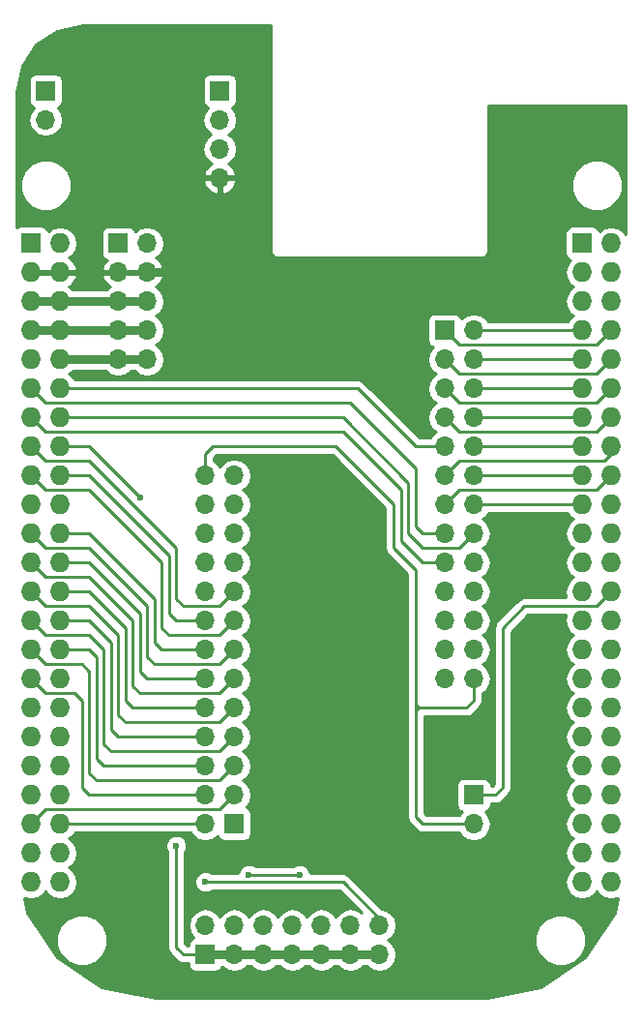
<source format=gtl>
G04 #@! TF.GenerationSoftware,KiCad,Pcbnew,no-vcs-found-ecdfa40~58~ubuntu16.04.1*
G04 #@! TF.CreationDate,2017-03-29T16:21:29+11:00*
G04 #@! TF.ProjectId,pp_cape_v02,70705F636170655F7630322E6B696361,0.2*
G04 #@! TF.FileFunction,Copper,L1,Top,Signal*
G04 #@! TF.FilePolarity,Positive*
%FSLAX46Y46*%
G04 Gerber Fmt 4.6, Leading zero omitted, Abs format (unit mm)*
G04 Created by KiCad (PCBNEW no-vcs-found-ecdfa40~58~ubuntu16.04.1) date Wed Mar 29 16:21:29 2017*
%MOMM*%
%LPD*%
G01*
G04 APERTURE LIST*
%ADD10C,0.100000*%
%ADD11R,1.700000X1.700000*%
%ADD12O,1.700000X1.700000*%
%ADD13R,1.727200X1.727200*%
%ADD14O,1.727200X1.727200*%
%ADD15C,0.600000*%
%ADD16C,0.762000*%
%ADD17C,0.254000*%
%ADD18C,0.250000*%
G04 APERTURE END LIST*
D10*
D11*
X131610100Y-124612400D03*
D12*
X131610100Y-122072400D03*
X134150100Y-124612400D03*
X134150100Y-122072400D03*
X136690100Y-124612400D03*
X136690100Y-122072400D03*
X139230100Y-124612400D03*
X139230100Y-122072400D03*
X141770100Y-124612400D03*
X141770100Y-122072400D03*
X144310100Y-124612400D03*
X144310100Y-122072400D03*
X146850100Y-124612400D03*
X146850100Y-122072400D03*
X117640100Y-51587400D03*
D11*
X117640100Y-49047400D03*
X155105100Y-110642400D03*
D12*
X155105100Y-113182400D03*
D13*
X164630100Y-62382400D03*
D14*
X167170100Y-62382400D03*
X164630100Y-64922400D03*
X167170100Y-64922400D03*
X164630100Y-67462400D03*
X167170100Y-67462400D03*
X164630100Y-70002400D03*
X167170100Y-70002400D03*
X164630100Y-72542400D03*
X167170100Y-72542400D03*
X164630100Y-75082400D03*
X167170100Y-75082400D03*
X164630100Y-77622400D03*
X167170100Y-77622400D03*
X164630100Y-80162400D03*
X167170100Y-80162400D03*
X164630100Y-82702400D03*
X167170100Y-82702400D03*
X164630100Y-85242400D03*
X167170100Y-85242400D03*
X164630100Y-87782400D03*
X167170100Y-87782400D03*
X164630100Y-90322400D03*
X167170100Y-90322400D03*
X164630100Y-92862400D03*
X167170100Y-92862400D03*
X164630100Y-95402400D03*
X167170100Y-95402400D03*
X164630100Y-97942400D03*
X167170100Y-97942400D03*
X164630100Y-100482400D03*
X167170100Y-100482400D03*
X164630100Y-103022400D03*
X167170100Y-103022400D03*
X164630100Y-105562400D03*
X167170100Y-105562400D03*
X164630100Y-108102400D03*
X167170100Y-108102400D03*
X164630100Y-110642400D03*
X167170100Y-110642400D03*
X164630100Y-113182400D03*
X167170100Y-113182400D03*
X164630100Y-115722400D03*
X167170100Y-115722400D03*
X164630100Y-118262400D03*
X167170100Y-118262400D03*
D13*
X116370100Y-62382400D03*
D14*
X118910100Y-62382400D03*
X116370100Y-64922400D03*
X118910100Y-64922400D03*
X116370100Y-67462400D03*
X118910100Y-67462400D03*
X116370100Y-70002400D03*
X118910100Y-70002400D03*
X116370100Y-72542400D03*
X118910100Y-72542400D03*
X116370100Y-75082400D03*
X118910100Y-75082400D03*
X116370100Y-77622400D03*
X118910100Y-77622400D03*
X116370100Y-80162400D03*
X118910100Y-80162400D03*
X116370100Y-82702400D03*
X118910100Y-82702400D03*
X116370100Y-85242400D03*
X118910100Y-85242400D03*
X116370100Y-87782400D03*
X118910100Y-87782400D03*
X116370100Y-90322400D03*
X118910100Y-90322400D03*
X116370100Y-92862400D03*
X118910100Y-92862400D03*
X116370100Y-95402400D03*
X118910100Y-95402400D03*
X116370100Y-97942400D03*
X118910100Y-97942400D03*
X116370100Y-100482400D03*
X118910100Y-100482400D03*
X116370100Y-103022400D03*
X118910100Y-103022400D03*
X116370100Y-105562400D03*
X118910100Y-105562400D03*
X116370100Y-108102400D03*
X118910100Y-108102400D03*
X116370100Y-110642400D03*
X118910100Y-110642400D03*
X116370100Y-113182400D03*
X118910100Y-113182400D03*
X116370100Y-115722400D03*
X118910100Y-115722400D03*
X116370100Y-118262400D03*
X118910100Y-118262400D03*
D12*
X131610100Y-82702400D03*
X134150100Y-82702400D03*
X131610100Y-85242400D03*
X134150100Y-85242400D03*
X131610100Y-87782400D03*
X134150100Y-87782400D03*
X131610100Y-90322400D03*
X134150100Y-90322400D03*
X131610100Y-92862400D03*
X134150100Y-92862400D03*
X131610100Y-95402400D03*
X134150100Y-95402400D03*
X131610100Y-97942400D03*
X134150100Y-97942400D03*
X131610100Y-100482400D03*
X134150100Y-100482400D03*
X131610100Y-103022400D03*
X134150100Y-103022400D03*
X131610100Y-105562400D03*
X134150100Y-105562400D03*
X131610100Y-108102400D03*
X134150100Y-108102400D03*
X131610100Y-110642400D03*
X134150100Y-110642400D03*
X131610100Y-113182400D03*
D11*
X134150100Y-113182400D03*
X152565100Y-70002400D03*
D12*
X155105100Y-70002400D03*
X152565100Y-72542400D03*
X155105100Y-72542400D03*
X152565100Y-75082400D03*
X155105100Y-75082400D03*
X152565100Y-77622400D03*
X155105100Y-77622400D03*
X152565100Y-80162400D03*
X155105100Y-80162400D03*
X152565100Y-82702400D03*
X155105100Y-82702400D03*
X152565100Y-85242400D03*
X155105100Y-85242400D03*
X152565100Y-87782400D03*
X155105100Y-87782400D03*
X152565100Y-90322400D03*
X155105100Y-90322400D03*
X152565100Y-92862400D03*
X155105100Y-92862400D03*
X152565100Y-95402400D03*
X155105100Y-95402400D03*
X152565100Y-97942400D03*
X155105100Y-97942400D03*
X152565100Y-100482400D03*
X155105100Y-100482400D03*
X126530100Y-72542400D03*
X123990100Y-72542400D03*
X126530100Y-70002400D03*
X123990100Y-70002400D03*
X126530100Y-67462400D03*
X123990100Y-67462400D03*
X126530100Y-64922400D03*
X123990100Y-64922400D03*
X126530100Y-62382400D03*
D11*
X123990100Y-62382400D03*
D12*
X132880100Y-56667400D03*
X132880100Y-54127400D03*
X132880100Y-51587400D03*
D11*
X132880100Y-49047400D03*
D15*
X125895100Y-84607400D03*
X146215100Y-103657400D03*
X146215100Y-86512400D03*
X146215100Y-71272400D03*
X153835100Y-106197400D03*
X129070100Y-115087400D03*
X131610100Y-118262400D03*
X139865100Y-117627400D03*
X135420100Y-117627400D03*
D16*
X123990100Y-72542400D02*
X126530100Y-72542400D01*
X118910100Y-72542400D02*
X123990100Y-72542400D01*
D17*
X134150100Y-92862400D02*
X132880100Y-94132400D01*
X117640100Y-81432400D02*
X116370100Y-80162400D01*
X121450100Y-81432400D02*
X117640100Y-81432400D01*
X129070100Y-89052400D02*
X121450100Y-81432400D01*
X129070100Y-93497400D02*
X129070100Y-89052400D01*
X129705100Y-94132400D02*
X129070100Y-93497400D01*
X132880100Y-94132400D02*
X129705100Y-94132400D01*
X118910100Y-82702400D02*
X121450100Y-82702400D01*
X129070100Y-95402400D02*
X131610100Y-95402400D01*
X128435100Y-94767400D02*
X129070100Y-95402400D01*
X128435100Y-89687400D02*
X128435100Y-94767400D01*
X121450100Y-82702400D02*
X128435100Y-89687400D01*
X116370100Y-82702400D02*
X117640100Y-83972400D01*
X132880100Y-96672400D02*
X134150100Y-95402400D01*
X128435100Y-96672400D02*
X132880100Y-96672400D01*
X127800100Y-96037400D02*
X128435100Y-96672400D01*
X127800100Y-90322400D02*
X127800100Y-96037400D01*
X121450100Y-83972400D02*
X127800100Y-90322400D01*
X117640100Y-83972400D02*
X121450100Y-83972400D01*
X118910100Y-87782400D02*
X121450100Y-87782400D01*
X127800100Y-97942400D02*
X131610100Y-97942400D01*
X127165100Y-97307400D02*
X127800100Y-97942400D01*
X127165100Y-93497400D02*
X127165100Y-97307400D01*
X121450100Y-87782400D02*
X127165100Y-93497400D01*
X134150100Y-97942400D02*
X132880100Y-99212400D01*
X117640100Y-89052400D02*
X121450100Y-89052400D01*
X121450100Y-89052400D02*
X126530100Y-94132400D01*
X126530100Y-94132400D02*
X126530100Y-98577400D01*
X126530100Y-98577400D02*
X127165100Y-99212400D01*
X127165100Y-99212400D02*
X130340100Y-99212400D01*
X117640100Y-89052400D02*
X116370100Y-87782400D01*
X132880100Y-99212400D02*
X130340100Y-99212400D01*
X131610100Y-100482400D02*
X129070100Y-100482400D01*
X121450100Y-90322400D02*
X125895100Y-94767400D01*
X125895100Y-94767400D02*
X125895100Y-99847400D01*
X125895100Y-99847400D02*
X126530100Y-100482400D01*
X126530100Y-100482400D02*
X129070100Y-100482400D01*
X121450100Y-90322400D02*
X118910100Y-90322400D01*
X134150100Y-100482400D02*
X132880100Y-101752400D01*
X117640100Y-91592400D02*
X121450100Y-91592400D01*
X121450100Y-91592400D02*
X125260100Y-95402400D01*
X125260100Y-95402400D02*
X125260100Y-101117400D01*
X125260100Y-101117400D02*
X125895100Y-101752400D01*
X125895100Y-101752400D02*
X130340100Y-101752400D01*
X117640100Y-91592400D02*
X116370100Y-90322400D01*
X132880100Y-101752400D02*
X130340100Y-101752400D01*
X131610100Y-103022400D02*
X129070100Y-103022400D01*
X121450100Y-92862400D02*
X118910100Y-92862400D01*
X125260100Y-103022400D02*
X126530100Y-103022400D01*
X124625100Y-102387400D02*
X125260100Y-103022400D01*
X124625100Y-96037400D02*
X124625100Y-102387400D01*
X121450100Y-92862400D02*
X124625100Y-96037400D01*
X129070100Y-103022400D02*
X126530100Y-103022400D01*
X134150100Y-103022400D02*
X132880100Y-104292400D01*
X117640100Y-94132400D02*
X121450100Y-94132400D01*
X121450100Y-94132400D02*
X123990100Y-96672400D01*
X123990100Y-96672400D02*
X123990100Y-103657400D01*
X123990100Y-103657400D02*
X124625100Y-104292400D01*
X124625100Y-104292400D02*
X130340100Y-104292400D01*
X117640100Y-94132400D02*
X116370100Y-92862400D01*
X132880100Y-104292400D02*
X130340100Y-104292400D01*
X131610100Y-105562400D02*
X129070100Y-105562400D01*
X121450100Y-95402400D02*
X118910100Y-95402400D01*
X123990100Y-105562400D02*
X126530100Y-105562400D01*
X123355100Y-104927400D02*
X123990100Y-105562400D01*
X123355100Y-97307400D02*
X123355100Y-104927400D01*
X121450100Y-95402400D02*
X123355100Y-97307400D01*
X129070100Y-105562400D02*
X126530100Y-105562400D01*
X134150100Y-105562400D02*
X132880100Y-106832400D01*
X117640100Y-96672400D02*
X121450100Y-96672400D01*
X121450100Y-96672400D02*
X122720100Y-97942400D01*
X122720100Y-97942400D02*
X122720100Y-106197400D01*
X122720100Y-106197400D02*
X123355100Y-106832400D01*
X123355100Y-106832400D02*
X130340100Y-106832400D01*
X117640100Y-96672400D02*
X116370100Y-95402400D01*
X132880100Y-106832400D02*
X130340100Y-106832400D01*
X131610100Y-108102400D02*
X129070100Y-108102400D01*
X121450100Y-97942400D02*
X118910100Y-97942400D01*
X122720100Y-108102400D02*
X126530100Y-108102400D01*
X122085100Y-107467400D02*
X122720100Y-108102400D01*
X122085100Y-98577400D02*
X122085100Y-107467400D01*
X121450100Y-97942400D02*
X122085100Y-98577400D01*
X129070100Y-108102400D02*
X126530100Y-108102400D01*
X134150100Y-108102400D02*
X132880100Y-109372400D01*
X132880100Y-109372400D02*
X130340100Y-109372400D01*
X117640100Y-99212400D02*
X116370100Y-97942400D01*
X122085100Y-109372400D02*
X130340100Y-109372400D01*
X121450100Y-108737400D02*
X122085100Y-109372400D01*
X121450100Y-99847400D02*
X121450100Y-108737400D01*
X120815100Y-99212400D02*
X121450100Y-99847400D01*
X117640100Y-99212400D02*
X120815100Y-99212400D01*
X131610100Y-110642400D02*
X129070100Y-110642400D01*
X117640100Y-101752400D02*
X116370100Y-100482400D01*
X121450100Y-110642400D02*
X126530100Y-110642400D01*
X120815100Y-110007400D02*
X121450100Y-110642400D01*
X120815100Y-102387400D02*
X120815100Y-110007400D01*
X120180100Y-101752400D02*
X120815100Y-102387400D01*
X117640100Y-101752400D02*
X120180100Y-101752400D01*
X129070100Y-110642400D02*
X126530100Y-110642400D01*
X134150100Y-110642400D02*
X132880100Y-111912400D01*
X130340100Y-111912400D02*
X117640100Y-111912400D01*
X117640100Y-111912400D02*
X116370100Y-113182400D01*
X132880100Y-111912400D02*
X130340100Y-111912400D01*
X131610100Y-113182400D02*
X129070100Y-113182400D01*
X126530100Y-113182400D02*
X118910100Y-113182400D01*
X129070100Y-113182400D02*
X126530100Y-113182400D01*
X118910100Y-80162400D02*
X121450100Y-80162400D01*
X121450100Y-80162400D02*
X125895100Y-84607400D01*
X167170100Y-70002400D02*
X165900100Y-71272400D01*
X153835100Y-71272400D02*
X152565100Y-70002400D01*
X165900100Y-71272400D02*
X153835100Y-71272400D01*
X164630100Y-70002400D02*
X155105100Y-70002400D01*
X167170100Y-72542400D02*
X165900100Y-73812400D01*
X153835100Y-73812400D02*
X152565100Y-72542400D01*
X165900100Y-73812400D02*
X153835100Y-73812400D01*
X164630100Y-72542400D02*
X155105100Y-72542400D01*
X167170100Y-75082400D02*
X165900100Y-76352400D01*
X153835100Y-76352400D02*
X152565100Y-75082400D01*
X165900100Y-76352400D02*
X153835100Y-76352400D01*
X164630100Y-75082400D02*
X155105100Y-75082400D01*
X167170100Y-77622400D02*
X165900100Y-78892400D01*
X153835100Y-78892400D02*
X152565100Y-77622400D01*
X165900100Y-78892400D02*
X153835100Y-78892400D01*
X164630100Y-77622400D02*
X155105100Y-77622400D01*
X150025100Y-80162400D02*
X144945100Y-75082400D01*
X136690100Y-75082400D02*
X118910100Y-75082400D01*
X144945100Y-75082400D02*
X136690100Y-75082400D01*
X150025100Y-80162400D02*
X152565100Y-80162400D01*
X164630100Y-80162400D02*
X155105100Y-80162400D01*
X167170100Y-80162400D02*
X167170100Y-80797400D01*
X167170100Y-80797400D02*
X166535100Y-81432400D01*
X166535100Y-81432400D02*
X153835100Y-81432400D01*
X153835100Y-81432400D02*
X152565100Y-82702400D01*
X164630100Y-82702400D02*
X155105100Y-82702400D01*
X167170100Y-82702400D02*
X165900100Y-83972400D01*
X153835100Y-83972400D02*
X152565100Y-85242400D01*
X165900100Y-83972400D02*
X153835100Y-83972400D01*
X164630100Y-85242400D02*
X155105100Y-85242400D01*
X136055100Y-76352400D02*
X144310100Y-76352400D01*
X116370100Y-75082400D02*
X117640100Y-76352400D01*
X117640100Y-76352400D02*
X136055100Y-76352400D01*
X150660100Y-87782400D02*
X152565100Y-87782400D01*
X150025100Y-87147400D02*
X150660100Y-87782400D01*
X150025100Y-82067400D02*
X150025100Y-87147400D01*
X144310100Y-76352400D02*
X150025100Y-82067400D01*
X155105100Y-87782400D02*
X153835100Y-89052400D01*
X143675100Y-77622400D02*
X135420100Y-77622400D01*
X149390100Y-83337400D02*
X143675100Y-77622400D01*
X149390100Y-87782400D02*
X149390100Y-83337400D01*
X150660100Y-89052400D02*
X149390100Y-87782400D01*
X153835100Y-89052400D02*
X150660100Y-89052400D01*
X118910100Y-77622400D02*
X135420100Y-77622400D01*
X152565100Y-90322400D02*
X150660100Y-90322400D01*
X143675100Y-78892400D02*
X135420100Y-78892400D01*
X148755100Y-83972400D02*
X143675100Y-78892400D01*
X148755100Y-88417400D02*
X148755100Y-83972400D01*
X150660100Y-90322400D02*
X148755100Y-88417400D01*
X117640100Y-78892400D02*
X135420100Y-78892400D01*
X116370100Y-77622400D02*
X117640100Y-78892400D01*
D18*
X155105100Y-110642400D02*
X157010100Y-110642400D01*
X157010100Y-110642400D02*
X157645100Y-110007400D01*
D17*
X165900100Y-94132400D02*
X167170100Y-92862400D01*
X157645100Y-96037400D02*
X157645100Y-102387400D01*
X159550100Y-94132400D02*
X157645100Y-96037400D01*
X165900100Y-94132400D02*
X159550100Y-94132400D01*
X157645100Y-102387400D02*
X157645100Y-110007400D01*
D16*
X116370100Y-70002400D02*
X118910100Y-70002400D01*
X118910100Y-70002400D02*
X123990100Y-70002400D01*
X123990100Y-70002400D02*
X126530100Y-70002400D01*
X116370100Y-67462400D02*
X118910100Y-67462400D01*
X118910100Y-67462400D02*
X123990100Y-67462400D01*
X123990100Y-67462400D02*
X126530100Y-67462400D01*
X146125188Y-66271072D02*
X146125188Y-71182488D01*
X146215100Y-86512400D02*
X146215100Y-103657400D01*
X146125188Y-71182488D02*
X146215100Y-71272400D01*
X144945100Y-64922400D02*
X146125188Y-66271072D01*
X146125188Y-66271072D02*
X146215100Y-66373829D01*
X126530100Y-64922400D02*
X140500100Y-64922400D01*
X144945100Y-64922400D02*
X140500100Y-64922400D01*
X131610100Y-124612400D02*
X134150100Y-124612400D01*
X134150100Y-124612400D02*
X136690100Y-124612400D01*
X136690100Y-124612400D02*
X139230100Y-124612400D01*
X139230100Y-124612400D02*
X141770100Y-124612400D01*
X141770100Y-124612400D02*
X144310100Y-124612400D01*
X144310100Y-124612400D02*
X146850100Y-124612400D01*
D17*
X131610100Y-124612400D02*
X129705100Y-124612400D01*
X129070100Y-123977400D02*
X129070100Y-115087400D01*
X129705100Y-124612400D02*
X129070100Y-123977400D01*
X146850100Y-122072400D02*
X146850100Y-121437400D01*
X146850100Y-121437400D02*
X143675100Y-118262400D01*
X143675100Y-118262400D02*
X131610100Y-118262400D01*
X135420100Y-117627400D02*
X139865100Y-117627400D01*
D18*
X150025100Y-110007400D02*
X150025100Y-112547400D01*
D17*
X150025100Y-103276400D02*
X150025100Y-110007400D01*
D18*
X150660100Y-113182400D02*
X155105100Y-113182400D01*
X150025100Y-112547400D02*
X150660100Y-113182400D01*
D17*
X150025100Y-102704900D02*
X150310850Y-102990650D01*
X150025100Y-103276400D02*
X150310850Y-102990650D01*
X150310850Y-102990650D02*
X150342600Y-103022400D01*
X150025100Y-103022400D02*
X150342600Y-103022400D01*
X150342600Y-103022400D02*
X153835100Y-103022400D01*
X153835100Y-103022400D02*
X154470100Y-103022400D01*
X150025100Y-102387400D02*
X150025100Y-102704900D01*
X150025100Y-102704900D02*
X150025100Y-102768400D01*
X150025100Y-102768400D02*
X150025100Y-103022400D01*
X148120100Y-89052400D02*
X150025100Y-90957400D01*
X148120100Y-85242400D02*
X148120100Y-89052400D01*
X150025100Y-90957400D02*
X150025100Y-102387400D01*
X143040100Y-80162400D02*
X148120100Y-85242400D01*
X150025100Y-103022400D02*
X150025100Y-103276400D01*
X155105100Y-102387400D02*
X155105100Y-100482400D01*
X154470100Y-103022400D02*
X155105100Y-102387400D01*
X131610100Y-80797400D02*
X132245100Y-80162400D01*
X132245100Y-80162400D02*
X143040100Y-80162400D01*
X131610100Y-82702400D02*
X131610100Y-80797400D01*
X131610100Y-82702400D02*
X131610100Y-83337400D01*
G36*
X147358100Y-85558030D02*
X147358100Y-89052400D01*
X147416104Y-89344005D01*
X147450710Y-89395796D01*
X147581285Y-89591215D01*
X149263100Y-91273030D01*
X149263100Y-110007400D01*
X149265100Y-110017455D01*
X149265100Y-112547400D01*
X149322952Y-112838239D01*
X149487699Y-113084801D01*
X150122699Y-113719801D01*
X150369261Y-113884548D01*
X150660100Y-113942400D01*
X153832146Y-113942400D01*
X154025953Y-114232454D01*
X154507722Y-114554361D01*
X155076007Y-114667400D01*
X155134193Y-114667400D01*
X155702478Y-114554361D01*
X156184247Y-114232454D01*
X156506154Y-113750685D01*
X156619193Y-113182400D01*
X156506154Y-112614115D01*
X156184247Y-112132346D01*
X156140323Y-112102997D01*
X156202865Y-112090557D01*
X156412909Y-111950209D01*
X156553257Y-111740165D01*
X156602540Y-111492400D01*
X156602540Y-111402400D01*
X157010100Y-111402400D01*
X157300939Y-111344548D01*
X157547501Y-111179801D01*
X158175392Y-110551910D01*
X158183915Y-110546215D01*
X158349096Y-110299005D01*
X158407100Y-110007400D01*
X158407100Y-96353030D01*
X159865730Y-94894400D01*
X163203188Y-94894400D01*
X163102141Y-95402400D01*
X163216215Y-95975889D01*
X163541071Y-96462070D01*
X163855852Y-96672400D01*
X163541071Y-96882730D01*
X163216215Y-97368911D01*
X163102141Y-97942400D01*
X163216215Y-98515889D01*
X163541071Y-99002070D01*
X163855852Y-99212400D01*
X163541071Y-99422730D01*
X163216215Y-99908911D01*
X163102141Y-100482400D01*
X163216215Y-101055889D01*
X163541071Y-101542070D01*
X163855852Y-101752400D01*
X163541071Y-101962730D01*
X163216215Y-102448911D01*
X163102141Y-103022400D01*
X163216215Y-103595889D01*
X163541071Y-104082070D01*
X163855852Y-104292400D01*
X163541071Y-104502730D01*
X163216215Y-104988911D01*
X163102141Y-105562400D01*
X163216215Y-106135889D01*
X163541071Y-106622070D01*
X163855852Y-106832400D01*
X163541071Y-107042730D01*
X163216215Y-107528911D01*
X163102141Y-108102400D01*
X163216215Y-108675889D01*
X163541071Y-109162070D01*
X163855852Y-109372400D01*
X163541071Y-109582730D01*
X163216215Y-110068911D01*
X163102141Y-110642400D01*
X163216215Y-111215889D01*
X163541071Y-111702070D01*
X163855852Y-111912400D01*
X163541071Y-112122730D01*
X163216215Y-112608911D01*
X163102141Y-113182400D01*
X163216215Y-113755889D01*
X163541071Y-114242070D01*
X163855852Y-114452400D01*
X163541071Y-114662730D01*
X163216215Y-115148911D01*
X163102141Y-115722400D01*
X163216215Y-116295889D01*
X163541071Y-116782070D01*
X163855852Y-116992400D01*
X163541071Y-117202730D01*
X163216215Y-117688911D01*
X163102141Y-118262400D01*
X163216215Y-118835889D01*
X163541071Y-119322070D01*
X164027252Y-119646926D01*
X164600741Y-119761000D01*
X164659459Y-119761000D01*
X165232948Y-119646926D01*
X165719129Y-119322070D01*
X165900100Y-119051228D01*
X166081071Y-119322070D01*
X166567252Y-119646926D01*
X167140741Y-119761000D01*
X167199459Y-119761000D01*
X167772000Y-119647115D01*
X167509017Y-120969219D01*
X164896631Y-124878931D01*
X160986919Y-127491317D01*
X156312434Y-128421130D01*
X127227767Y-128421130D01*
X122553281Y-127491317D01*
X118643569Y-124878931D01*
X117912641Y-123785019D01*
X118579713Y-123785019D01*
X118919255Y-124606772D01*
X119547421Y-125236036D01*
X120368581Y-125577011D01*
X121257719Y-125577787D01*
X122079472Y-125238245D01*
X122708736Y-124610079D01*
X123049711Y-123788919D01*
X123050487Y-122899781D01*
X122710945Y-122078028D01*
X122082779Y-121448764D01*
X121261619Y-121107789D01*
X120372481Y-121107013D01*
X119550728Y-121446555D01*
X118921464Y-122074721D01*
X118580489Y-122895881D01*
X118579713Y-123785019D01*
X117912641Y-123785019D01*
X116031183Y-120969219D01*
X115768200Y-119647115D01*
X116340741Y-119761000D01*
X116399459Y-119761000D01*
X116972948Y-119646926D01*
X117459129Y-119322070D01*
X117640100Y-119051228D01*
X117821071Y-119322070D01*
X118307252Y-119646926D01*
X118880741Y-119761000D01*
X118939459Y-119761000D01*
X119512948Y-119646926D01*
X119999129Y-119322070D01*
X120323985Y-118835889D01*
X120438059Y-118262400D01*
X120323985Y-117688911D01*
X119999129Y-117202730D01*
X119684348Y-116992400D01*
X119999129Y-116782070D01*
X120323985Y-116295889D01*
X120438059Y-115722400D01*
X120348582Y-115272567D01*
X128134938Y-115272567D01*
X128276983Y-115616343D01*
X128308100Y-115647514D01*
X128308100Y-123977400D01*
X128366104Y-124269005D01*
X128400710Y-124320796D01*
X128531285Y-124516215D01*
X129166285Y-125151216D01*
X129293228Y-125236036D01*
X129413495Y-125316396D01*
X129705100Y-125374400D01*
X130112660Y-125374400D01*
X130112660Y-125462400D01*
X130161943Y-125710165D01*
X130302291Y-125920209D01*
X130512335Y-126060557D01*
X130760100Y-126109840D01*
X132460100Y-126109840D01*
X132707865Y-126060557D01*
X132917909Y-125920209D01*
X133058257Y-125710165D01*
X133070697Y-125647623D01*
X133100046Y-125691547D01*
X133581815Y-126013454D01*
X134150100Y-126126493D01*
X134718385Y-126013454D01*
X135200154Y-125691547D01*
X135242347Y-125628400D01*
X135597853Y-125628400D01*
X135640046Y-125691547D01*
X136121815Y-126013454D01*
X136690100Y-126126493D01*
X137258385Y-126013454D01*
X137740154Y-125691547D01*
X137782347Y-125628400D01*
X138137853Y-125628400D01*
X138180046Y-125691547D01*
X138661815Y-126013454D01*
X139230100Y-126126493D01*
X139798385Y-126013454D01*
X140280154Y-125691547D01*
X140322347Y-125628400D01*
X140677853Y-125628400D01*
X140720046Y-125691547D01*
X141201815Y-126013454D01*
X141770100Y-126126493D01*
X142338385Y-126013454D01*
X142820154Y-125691547D01*
X142862347Y-125628400D01*
X143217853Y-125628400D01*
X143260046Y-125691547D01*
X143741815Y-126013454D01*
X144310100Y-126126493D01*
X144878385Y-126013454D01*
X145360154Y-125691547D01*
X145402347Y-125628400D01*
X145757853Y-125628400D01*
X145800046Y-125691547D01*
X146281815Y-126013454D01*
X146850100Y-126126493D01*
X147418385Y-126013454D01*
X147900154Y-125691547D01*
X148222061Y-125209778D01*
X148335100Y-124641493D01*
X148335100Y-124583307D01*
X148222061Y-124015022D01*
X148068379Y-123785019D01*
X160489713Y-123785019D01*
X160829255Y-124606772D01*
X161457421Y-125236036D01*
X162278581Y-125577011D01*
X163167719Y-125577787D01*
X163989472Y-125238245D01*
X164618736Y-124610079D01*
X164959711Y-123788919D01*
X164960487Y-122899781D01*
X164620945Y-122078028D01*
X163992779Y-121448764D01*
X163171619Y-121107789D01*
X162282481Y-121107013D01*
X161460728Y-121446555D01*
X160831464Y-122074721D01*
X160490489Y-122895881D01*
X160489713Y-123785019D01*
X148068379Y-123785019D01*
X147900154Y-123533253D01*
X147614522Y-123342400D01*
X147900154Y-123151547D01*
X148222061Y-122669778D01*
X148335100Y-122101493D01*
X148335100Y-122043307D01*
X148222061Y-121475022D01*
X147900154Y-120993253D01*
X147418385Y-120671346D01*
X147097934Y-120607604D01*
X144213915Y-117723585D01*
X144069964Y-117627400D01*
X143966705Y-117558404D01*
X143675100Y-117500400D01*
X140800211Y-117500400D01*
X140800262Y-117442233D01*
X140658217Y-117098457D01*
X140395427Y-116835208D01*
X140051899Y-116692562D01*
X139679933Y-116692238D01*
X139336157Y-116834283D01*
X139304986Y-116865400D01*
X135980566Y-116865400D01*
X135950427Y-116835208D01*
X135606899Y-116692562D01*
X135234933Y-116692238D01*
X134891157Y-116834283D01*
X134627908Y-117097073D01*
X134485262Y-117440601D01*
X134485210Y-117500400D01*
X132170566Y-117500400D01*
X132140427Y-117470208D01*
X131796899Y-117327562D01*
X131424933Y-117327238D01*
X131081157Y-117469283D01*
X130817908Y-117732073D01*
X130675262Y-118075601D01*
X130674938Y-118447567D01*
X130816983Y-118791343D01*
X131079773Y-119054592D01*
X131423301Y-119197238D01*
X131795267Y-119197562D01*
X132139043Y-119055517D01*
X132170214Y-119024400D01*
X143359470Y-119024400D01*
X145264226Y-120929156D01*
X144878385Y-120671346D01*
X144310100Y-120558307D01*
X143741815Y-120671346D01*
X143260046Y-120993253D01*
X143040100Y-121322426D01*
X142820154Y-120993253D01*
X142338385Y-120671346D01*
X141770100Y-120558307D01*
X141201815Y-120671346D01*
X140720046Y-120993253D01*
X140500100Y-121322426D01*
X140280154Y-120993253D01*
X139798385Y-120671346D01*
X139230100Y-120558307D01*
X138661815Y-120671346D01*
X138180046Y-120993253D01*
X137960100Y-121322426D01*
X137740154Y-120993253D01*
X137258385Y-120671346D01*
X136690100Y-120558307D01*
X136121815Y-120671346D01*
X135640046Y-120993253D01*
X135420100Y-121322426D01*
X135200154Y-120993253D01*
X134718385Y-120671346D01*
X134150100Y-120558307D01*
X133581815Y-120671346D01*
X133100046Y-120993253D01*
X132880100Y-121322426D01*
X132660154Y-120993253D01*
X132178385Y-120671346D01*
X131610100Y-120558307D01*
X131041815Y-120671346D01*
X130560046Y-120993253D01*
X130238139Y-121475022D01*
X130125100Y-122043307D01*
X130125100Y-122101493D01*
X130238139Y-122669778D01*
X130560046Y-123151547D01*
X130563743Y-123154017D01*
X130512335Y-123164243D01*
X130302291Y-123304591D01*
X130161943Y-123514635D01*
X130112660Y-123762400D01*
X130112660Y-123850400D01*
X130020731Y-123850400D01*
X129832100Y-123661770D01*
X129832100Y-115647866D01*
X129862292Y-115617727D01*
X130004938Y-115274199D01*
X130005262Y-114902233D01*
X129863217Y-114558457D01*
X129600427Y-114295208D01*
X129256899Y-114152562D01*
X128884933Y-114152238D01*
X128541157Y-114294283D01*
X128277908Y-114557073D01*
X128135262Y-114900601D01*
X128134938Y-115272567D01*
X120348582Y-115272567D01*
X120323985Y-115148911D01*
X119999129Y-114662730D01*
X119684348Y-114452400D01*
X119999129Y-114242070D01*
X120198026Y-113944400D01*
X130338482Y-113944400D01*
X130530953Y-114232454D01*
X131012722Y-114554361D01*
X131581007Y-114667400D01*
X131639193Y-114667400D01*
X132207478Y-114554361D01*
X132689247Y-114232454D01*
X132691717Y-114228757D01*
X132701943Y-114280165D01*
X132842291Y-114490209D01*
X133052335Y-114630557D01*
X133300100Y-114679840D01*
X135000100Y-114679840D01*
X135247865Y-114630557D01*
X135457909Y-114490209D01*
X135598257Y-114280165D01*
X135647540Y-114032400D01*
X135647540Y-112332400D01*
X135598257Y-112084635D01*
X135457909Y-111874591D01*
X135247865Y-111734243D01*
X135185323Y-111721803D01*
X135229247Y-111692454D01*
X135551154Y-111210685D01*
X135664193Y-110642400D01*
X135551154Y-110074115D01*
X135229247Y-109592346D01*
X134900074Y-109372400D01*
X135229247Y-109152454D01*
X135551154Y-108670685D01*
X135664193Y-108102400D01*
X135551154Y-107534115D01*
X135229247Y-107052346D01*
X134900074Y-106832400D01*
X135229247Y-106612454D01*
X135551154Y-106130685D01*
X135664193Y-105562400D01*
X135551154Y-104994115D01*
X135229247Y-104512346D01*
X134900074Y-104292400D01*
X135229247Y-104072454D01*
X135551154Y-103590685D01*
X135664193Y-103022400D01*
X135551154Y-102454115D01*
X135229247Y-101972346D01*
X134900074Y-101752400D01*
X135229247Y-101532454D01*
X135551154Y-101050685D01*
X135664193Y-100482400D01*
X135551154Y-99914115D01*
X135229247Y-99432346D01*
X134900074Y-99212400D01*
X135229247Y-98992454D01*
X135551154Y-98510685D01*
X135664193Y-97942400D01*
X135551154Y-97374115D01*
X135229247Y-96892346D01*
X134900074Y-96672400D01*
X135229247Y-96452454D01*
X135551154Y-95970685D01*
X135664193Y-95402400D01*
X135551154Y-94834115D01*
X135229247Y-94352346D01*
X134900074Y-94132400D01*
X135229247Y-93912454D01*
X135551154Y-93430685D01*
X135664193Y-92862400D01*
X135551154Y-92294115D01*
X135229247Y-91812346D01*
X134900074Y-91592400D01*
X135229247Y-91372454D01*
X135551154Y-90890685D01*
X135664193Y-90322400D01*
X135551154Y-89754115D01*
X135229247Y-89272346D01*
X134900074Y-89052400D01*
X135229247Y-88832454D01*
X135551154Y-88350685D01*
X135664193Y-87782400D01*
X135551154Y-87214115D01*
X135229247Y-86732346D01*
X134900074Y-86512400D01*
X135229247Y-86292454D01*
X135551154Y-85810685D01*
X135664193Y-85242400D01*
X135551154Y-84674115D01*
X135229247Y-84192346D01*
X134900074Y-83972400D01*
X135229247Y-83752454D01*
X135551154Y-83270685D01*
X135664193Y-82702400D01*
X135551154Y-82134115D01*
X135229247Y-81652346D01*
X134747478Y-81330439D01*
X134179193Y-81217400D01*
X134121007Y-81217400D01*
X133552722Y-81330439D01*
X133070953Y-81652346D01*
X132880100Y-81937978D01*
X132689247Y-81652346D01*
X132372100Y-81440436D01*
X132372100Y-81113030D01*
X132560731Y-80924400D01*
X142724470Y-80924400D01*
X147358100Y-85558030D01*
X147358100Y-85558030D01*
G37*
X147358100Y-85558030D02*
X147358100Y-89052400D01*
X147416104Y-89344005D01*
X147450710Y-89395796D01*
X147581285Y-89591215D01*
X149263100Y-91273030D01*
X149263100Y-110007400D01*
X149265100Y-110017455D01*
X149265100Y-112547400D01*
X149322952Y-112838239D01*
X149487699Y-113084801D01*
X150122699Y-113719801D01*
X150369261Y-113884548D01*
X150660100Y-113942400D01*
X153832146Y-113942400D01*
X154025953Y-114232454D01*
X154507722Y-114554361D01*
X155076007Y-114667400D01*
X155134193Y-114667400D01*
X155702478Y-114554361D01*
X156184247Y-114232454D01*
X156506154Y-113750685D01*
X156619193Y-113182400D01*
X156506154Y-112614115D01*
X156184247Y-112132346D01*
X156140323Y-112102997D01*
X156202865Y-112090557D01*
X156412909Y-111950209D01*
X156553257Y-111740165D01*
X156602540Y-111492400D01*
X156602540Y-111402400D01*
X157010100Y-111402400D01*
X157300939Y-111344548D01*
X157547501Y-111179801D01*
X158175392Y-110551910D01*
X158183915Y-110546215D01*
X158349096Y-110299005D01*
X158407100Y-110007400D01*
X158407100Y-96353030D01*
X159865730Y-94894400D01*
X163203188Y-94894400D01*
X163102141Y-95402400D01*
X163216215Y-95975889D01*
X163541071Y-96462070D01*
X163855852Y-96672400D01*
X163541071Y-96882730D01*
X163216215Y-97368911D01*
X163102141Y-97942400D01*
X163216215Y-98515889D01*
X163541071Y-99002070D01*
X163855852Y-99212400D01*
X163541071Y-99422730D01*
X163216215Y-99908911D01*
X163102141Y-100482400D01*
X163216215Y-101055889D01*
X163541071Y-101542070D01*
X163855852Y-101752400D01*
X163541071Y-101962730D01*
X163216215Y-102448911D01*
X163102141Y-103022400D01*
X163216215Y-103595889D01*
X163541071Y-104082070D01*
X163855852Y-104292400D01*
X163541071Y-104502730D01*
X163216215Y-104988911D01*
X163102141Y-105562400D01*
X163216215Y-106135889D01*
X163541071Y-106622070D01*
X163855852Y-106832400D01*
X163541071Y-107042730D01*
X163216215Y-107528911D01*
X163102141Y-108102400D01*
X163216215Y-108675889D01*
X163541071Y-109162070D01*
X163855852Y-109372400D01*
X163541071Y-109582730D01*
X163216215Y-110068911D01*
X163102141Y-110642400D01*
X163216215Y-111215889D01*
X163541071Y-111702070D01*
X163855852Y-111912400D01*
X163541071Y-112122730D01*
X163216215Y-112608911D01*
X163102141Y-113182400D01*
X163216215Y-113755889D01*
X163541071Y-114242070D01*
X163855852Y-114452400D01*
X163541071Y-114662730D01*
X163216215Y-115148911D01*
X163102141Y-115722400D01*
X163216215Y-116295889D01*
X163541071Y-116782070D01*
X163855852Y-116992400D01*
X163541071Y-117202730D01*
X163216215Y-117688911D01*
X163102141Y-118262400D01*
X163216215Y-118835889D01*
X163541071Y-119322070D01*
X164027252Y-119646926D01*
X164600741Y-119761000D01*
X164659459Y-119761000D01*
X165232948Y-119646926D01*
X165719129Y-119322070D01*
X165900100Y-119051228D01*
X166081071Y-119322070D01*
X166567252Y-119646926D01*
X167140741Y-119761000D01*
X167199459Y-119761000D01*
X167772000Y-119647115D01*
X167509017Y-120969219D01*
X164896631Y-124878931D01*
X160986919Y-127491317D01*
X156312434Y-128421130D01*
X127227767Y-128421130D01*
X122553281Y-127491317D01*
X118643569Y-124878931D01*
X117912641Y-123785019D01*
X118579713Y-123785019D01*
X118919255Y-124606772D01*
X119547421Y-125236036D01*
X120368581Y-125577011D01*
X121257719Y-125577787D01*
X122079472Y-125238245D01*
X122708736Y-124610079D01*
X123049711Y-123788919D01*
X123050487Y-122899781D01*
X122710945Y-122078028D01*
X122082779Y-121448764D01*
X121261619Y-121107789D01*
X120372481Y-121107013D01*
X119550728Y-121446555D01*
X118921464Y-122074721D01*
X118580489Y-122895881D01*
X118579713Y-123785019D01*
X117912641Y-123785019D01*
X116031183Y-120969219D01*
X115768200Y-119647115D01*
X116340741Y-119761000D01*
X116399459Y-119761000D01*
X116972948Y-119646926D01*
X117459129Y-119322070D01*
X117640100Y-119051228D01*
X117821071Y-119322070D01*
X118307252Y-119646926D01*
X118880741Y-119761000D01*
X118939459Y-119761000D01*
X119512948Y-119646926D01*
X119999129Y-119322070D01*
X120323985Y-118835889D01*
X120438059Y-118262400D01*
X120323985Y-117688911D01*
X119999129Y-117202730D01*
X119684348Y-116992400D01*
X119999129Y-116782070D01*
X120323985Y-116295889D01*
X120438059Y-115722400D01*
X120348582Y-115272567D01*
X128134938Y-115272567D01*
X128276983Y-115616343D01*
X128308100Y-115647514D01*
X128308100Y-123977400D01*
X128366104Y-124269005D01*
X128400710Y-124320796D01*
X128531285Y-124516215D01*
X129166285Y-125151216D01*
X129293228Y-125236036D01*
X129413495Y-125316396D01*
X129705100Y-125374400D01*
X130112660Y-125374400D01*
X130112660Y-125462400D01*
X130161943Y-125710165D01*
X130302291Y-125920209D01*
X130512335Y-126060557D01*
X130760100Y-126109840D01*
X132460100Y-126109840D01*
X132707865Y-126060557D01*
X132917909Y-125920209D01*
X133058257Y-125710165D01*
X133070697Y-125647623D01*
X133100046Y-125691547D01*
X133581815Y-126013454D01*
X134150100Y-126126493D01*
X134718385Y-126013454D01*
X135200154Y-125691547D01*
X135242347Y-125628400D01*
X135597853Y-125628400D01*
X135640046Y-125691547D01*
X136121815Y-126013454D01*
X136690100Y-126126493D01*
X137258385Y-126013454D01*
X137740154Y-125691547D01*
X137782347Y-125628400D01*
X138137853Y-125628400D01*
X138180046Y-125691547D01*
X138661815Y-126013454D01*
X139230100Y-126126493D01*
X139798385Y-126013454D01*
X140280154Y-125691547D01*
X140322347Y-125628400D01*
X140677853Y-125628400D01*
X140720046Y-125691547D01*
X141201815Y-126013454D01*
X141770100Y-126126493D01*
X142338385Y-126013454D01*
X142820154Y-125691547D01*
X142862347Y-125628400D01*
X143217853Y-125628400D01*
X143260046Y-125691547D01*
X143741815Y-126013454D01*
X144310100Y-126126493D01*
X144878385Y-126013454D01*
X145360154Y-125691547D01*
X145402347Y-125628400D01*
X145757853Y-125628400D01*
X145800046Y-125691547D01*
X146281815Y-126013454D01*
X146850100Y-126126493D01*
X147418385Y-126013454D01*
X147900154Y-125691547D01*
X148222061Y-125209778D01*
X148335100Y-124641493D01*
X148335100Y-124583307D01*
X148222061Y-124015022D01*
X148068379Y-123785019D01*
X160489713Y-123785019D01*
X160829255Y-124606772D01*
X161457421Y-125236036D01*
X162278581Y-125577011D01*
X163167719Y-125577787D01*
X163989472Y-125238245D01*
X164618736Y-124610079D01*
X164959711Y-123788919D01*
X164960487Y-122899781D01*
X164620945Y-122078028D01*
X163992779Y-121448764D01*
X163171619Y-121107789D01*
X162282481Y-121107013D01*
X161460728Y-121446555D01*
X160831464Y-122074721D01*
X160490489Y-122895881D01*
X160489713Y-123785019D01*
X148068379Y-123785019D01*
X147900154Y-123533253D01*
X147614522Y-123342400D01*
X147900154Y-123151547D01*
X148222061Y-122669778D01*
X148335100Y-122101493D01*
X148335100Y-122043307D01*
X148222061Y-121475022D01*
X147900154Y-120993253D01*
X147418385Y-120671346D01*
X147097934Y-120607604D01*
X144213915Y-117723585D01*
X144069964Y-117627400D01*
X143966705Y-117558404D01*
X143675100Y-117500400D01*
X140800211Y-117500400D01*
X140800262Y-117442233D01*
X140658217Y-117098457D01*
X140395427Y-116835208D01*
X140051899Y-116692562D01*
X139679933Y-116692238D01*
X139336157Y-116834283D01*
X139304986Y-116865400D01*
X135980566Y-116865400D01*
X135950427Y-116835208D01*
X135606899Y-116692562D01*
X135234933Y-116692238D01*
X134891157Y-116834283D01*
X134627908Y-117097073D01*
X134485262Y-117440601D01*
X134485210Y-117500400D01*
X132170566Y-117500400D01*
X132140427Y-117470208D01*
X131796899Y-117327562D01*
X131424933Y-117327238D01*
X131081157Y-117469283D01*
X130817908Y-117732073D01*
X130675262Y-118075601D01*
X130674938Y-118447567D01*
X130816983Y-118791343D01*
X131079773Y-119054592D01*
X131423301Y-119197238D01*
X131795267Y-119197562D01*
X132139043Y-119055517D01*
X132170214Y-119024400D01*
X143359470Y-119024400D01*
X145264226Y-120929156D01*
X144878385Y-120671346D01*
X144310100Y-120558307D01*
X143741815Y-120671346D01*
X143260046Y-120993253D01*
X143040100Y-121322426D01*
X142820154Y-120993253D01*
X142338385Y-120671346D01*
X141770100Y-120558307D01*
X141201815Y-120671346D01*
X140720046Y-120993253D01*
X140500100Y-121322426D01*
X140280154Y-120993253D01*
X139798385Y-120671346D01*
X139230100Y-120558307D01*
X138661815Y-120671346D01*
X138180046Y-120993253D01*
X137960100Y-121322426D01*
X137740154Y-120993253D01*
X137258385Y-120671346D01*
X136690100Y-120558307D01*
X136121815Y-120671346D01*
X135640046Y-120993253D01*
X135420100Y-121322426D01*
X135200154Y-120993253D01*
X134718385Y-120671346D01*
X134150100Y-120558307D01*
X133581815Y-120671346D01*
X133100046Y-120993253D01*
X132880100Y-121322426D01*
X132660154Y-120993253D01*
X132178385Y-120671346D01*
X131610100Y-120558307D01*
X131041815Y-120671346D01*
X130560046Y-120993253D01*
X130238139Y-121475022D01*
X130125100Y-122043307D01*
X130125100Y-122101493D01*
X130238139Y-122669778D01*
X130560046Y-123151547D01*
X130563743Y-123154017D01*
X130512335Y-123164243D01*
X130302291Y-123304591D01*
X130161943Y-123514635D01*
X130112660Y-123762400D01*
X130112660Y-123850400D01*
X130020731Y-123850400D01*
X129832100Y-123661770D01*
X129832100Y-115647866D01*
X129862292Y-115617727D01*
X130004938Y-115274199D01*
X130005262Y-114902233D01*
X129863217Y-114558457D01*
X129600427Y-114295208D01*
X129256899Y-114152562D01*
X128884933Y-114152238D01*
X128541157Y-114294283D01*
X128277908Y-114557073D01*
X128135262Y-114900601D01*
X128134938Y-115272567D01*
X120348582Y-115272567D01*
X120323985Y-115148911D01*
X119999129Y-114662730D01*
X119684348Y-114452400D01*
X119999129Y-114242070D01*
X120198026Y-113944400D01*
X130338482Y-113944400D01*
X130530953Y-114232454D01*
X131012722Y-114554361D01*
X131581007Y-114667400D01*
X131639193Y-114667400D01*
X132207478Y-114554361D01*
X132689247Y-114232454D01*
X132691717Y-114228757D01*
X132701943Y-114280165D01*
X132842291Y-114490209D01*
X133052335Y-114630557D01*
X133300100Y-114679840D01*
X135000100Y-114679840D01*
X135247865Y-114630557D01*
X135457909Y-114490209D01*
X135598257Y-114280165D01*
X135647540Y-114032400D01*
X135647540Y-112332400D01*
X135598257Y-112084635D01*
X135457909Y-111874591D01*
X135247865Y-111734243D01*
X135185323Y-111721803D01*
X135229247Y-111692454D01*
X135551154Y-111210685D01*
X135664193Y-110642400D01*
X135551154Y-110074115D01*
X135229247Y-109592346D01*
X134900074Y-109372400D01*
X135229247Y-109152454D01*
X135551154Y-108670685D01*
X135664193Y-108102400D01*
X135551154Y-107534115D01*
X135229247Y-107052346D01*
X134900074Y-106832400D01*
X135229247Y-106612454D01*
X135551154Y-106130685D01*
X135664193Y-105562400D01*
X135551154Y-104994115D01*
X135229247Y-104512346D01*
X134900074Y-104292400D01*
X135229247Y-104072454D01*
X135551154Y-103590685D01*
X135664193Y-103022400D01*
X135551154Y-102454115D01*
X135229247Y-101972346D01*
X134900074Y-101752400D01*
X135229247Y-101532454D01*
X135551154Y-101050685D01*
X135664193Y-100482400D01*
X135551154Y-99914115D01*
X135229247Y-99432346D01*
X134900074Y-99212400D01*
X135229247Y-98992454D01*
X135551154Y-98510685D01*
X135664193Y-97942400D01*
X135551154Y-97374115D01*
X135229247Y-96892346D01*
X134900074Y-96672400D01*
X135229247Y-96452454D01*
X135551154Y-95970685D01*
X135664193Y-95402400D01*
X135551154Y-94834115D01*
X135229247Y-94352346D01*
X134900074Y-94132400D01*
X135229247Y-93912454D01*
X135551154Y-93430685D01*
X135664193Y-92862400D01*
X135551154Y-92294115D01*
X135229247Y-91812346D01*
X134900074Y-91592400D01*
X135229247Y-91372454D01*
X135551154Y-90890685D01*
X135664193Y-90322400D01*
X135551154Y-89754115D01*
X135229247Y-89272346D01*
X134900074Y-89052400D01*
X135229247Y-88832454D01*
X135551154Y-88350685D01*
X135664193Y-87782400D01*
X135551154Y-87214115D01*
X135229247Y-86732346D01*
X134900074Y-86512400D01*
X135229247Y-86292454D01*
X135551154Y-85810685D01*
X135664193Y-85242400D01*
X135551154Y-84674115D01*
X135229247Y-84192346D01*
X134900074Y-83972400D01*
X135229247Y-83752454D01*
X135551154Y-83270685D01*
X135664193Y-82702400D01*
X135551154Y-82134115D01*
X135229247Y-81652346D01*
X134747478Y-81330439D01*
X134179193Y-81217400D01*
X134121007Y-81217400D01*
X133552722Y-81330439D01*
X133070953Y-81652346D01*
X132880100Y-81937978D01*
X132689247Y-81652346D01*
X132372100Y-81440436D01*
X132372100Y-81113030D01*
X132560731Y-80924400D01*
X142724470Y-80924400D01*
X147358100Y-85558030D01*
G36*
X163541071Y-86302070D02*
X163855852Y-86512400D01*
X163541071Y-86722730D01*
X163216215Y-87208911D01*
X163102141Y-87782400D01*
X163216215Y-88355889D01*
X163541071Y-88842070D01*
X163855852Y-89052400D01*
X163541071Y-89262730D01*
X163216215Y-89748911D01*
X163102141Y-90322400D01*
X163216215Y-90895889D01*
X163541071Y-91382070D01*
X163855852Y-91592400D01*
X163541071Y-91802730D01*
X163216215Y-92288911D01*
X163102141Y-92862400D01*
X163203188Y-93370400D01*
X159550100Y-93370400D01*
X159258495Y-93428404D01*
X159155236Y-93497400D01*
X159011285Y-93593585D01*
X157106285Y-95498585D01*
X156941104Y-95745795D01*
X156883100Y-96037400D01*
X156883100Y-109694598D01*
X156695298Y-109882400D01*
X156602540Y-109882400D01*
X156602540Y-109792400D01*
X156553257Y-109544635D01*
X156412909Y-109334591D01*
X156202865Y-109194243D01*
X155955100Y-109144960D01*
X154255100Y-109144960D01*
X154007335Y-109194243D01*
X153797291Y-109334591D01*
X153656943Y-109544635D01*
X153607660Y-109792400D01*
X153607660Y-111492400D01*
X153656943Y-111740165D01*
X153797291Y-111950209D01*
X154007335Y-112090557D01*
X154069877Y-112102997D01*
X154025953Y-112132346D01*
X153832146Y-112422400D01*
X150974902Y-112422400D01*
X150785100Y-112232598D01*
X150785100Y-110017455D01*
X150787100Y-110007400D01*
X150787100Y-103784400D01*
X154470100Y-103784400D01*
X154761705Y-103726396D01*
X155008915Y-103561215D01*
X155643916Y-102926215D01*
X155791793Y-102704900D01*
X155809096Y-102679005D01*
X155867100Y-102387400D01*
X155867100Y-101744364D01*
X156184247Y-101532454D01*
X156506154Y-101050685D01*
X156619193Y-100482400D01*
X156506154Y-99914115D01*
X156184247Y-99432346D01*
X155855074Y-99212400D01*
X156184247Y-98992454D01*
X156506154Y-98510685D01*
X156619193Y-97942400D01*
X156506154Y-97374115D01*
X156184247Y-96892346D01*
X155855074Y-96672400D01*
X156184247Y-96452454D01*
X156506154Y-95970685D01*
X156619193Y-95402400D01*
X156506154Y-94834115D01*
X156184247Y-94352346D01*
X155855074Y-94132400D01*
X156184247Y-93912454D01*
X156506154Y-93430685D01*
X156619193Y-92862400D01*
X156506154Y-92294115D01*
X156184247Y-91812346D01*
X155855074Y-91592400D01*
X156184247Y-91372454D01*
X156506154Y-90890685D01*
X156619193Y-90322400D01*
X156506154Y-89754115D01*
X156184247Y-89272346D01*
X155855074Y-89052400D01*
X156184247Y-88832454D01*
X156506154Y-88350685D01*
X156619193Y-87782400D01*
X156506154Y-87214115D01*
X156184247Y-86732346D01*
X155855074Y-86512400D01*
X156184247Y-86292454D01*
X156376718Y-86004400D01*
X163342174Y-86004400D01*
X163541071Y-86302070D01*
X163541071Y-86302070D01*
G37*
X163541071Y-86302070D02*
X163855852Y-86512400D01*
X163541071Y-86722730D01*
X163216215Y-87208911D01*
X163102141Y-87782400D01*
X163216215Y-88355889D01*
X163541071Y-88842070D01*
X163855852Y-89052400D01*
X163541071Y-89262730D01*
X163216215Y-89748911D01*
X163102141Y-90322400D01*
X163216215Y-90895889D01*
X163541071Y-91382070D01*
X163855852Y-91592400D01*
X163541071Y-91802730D01*
X163216215Y-92288911D01*
X163102141Y-92862400D01*
X163203188Y-93370400D01*
X159550100Y-93370400D01*
X159258495Y-93428404D01*
X159155236Y-93497400D01*
X159011285Y-93593585D01*
X157106285Y-95498585D01*
X156941104Y-95745795D01*
X156883100Y-96037400D01*
X156883100Y-109694598D01*
X156695298Y-109882400D01*
X156602540Y-109882400D01*
X156602540Y-109792400D01*
X156553257Y-109544635D01*
X156412909Y-109334591D01*
X156202865Y-109194243D01*
X155955100Y-109144960D01*
X154255100Y-109144960D01*
X154007335Y-109194243D01*
X153797291Y-109334591D01*
X153656943Y-109544635D01*
X153607660Y-109792400D01*
X153607660Y-111492400D01*
X153656943Y-111740165D01*
X153797291Y-111950209D01*
X154007335Y-112090557D01*
X154069877Y-112102997D01*
X154025953Y-112132346D01*
X153832146Y-112422400D01*
X150974902Y-112422400D01*
X150785100Y-112232598D01*
X150785100Y-110017455D01*
X150787100Y-110007400D01*
X150787100Y-103784400D01*
X154470100Y-103784400D01*
X154761705Y-103726396D01*
X155008915Y-103561215D01*
X155643916Y-102926215D01*
X155791793Y-102704900D01*
X155809096Y-102679005D01*
X155867100Y-102387400D01*
X155867100Y-101744364D01*
X156184247Y-101532454D01*
X156506154Y-101050685D01*
X156619193Y-100482400D01*
X156506154Y-99914115D01*
X156184247Y-99432346D01*
X155855074Y-99212400D01*
X156184247Y-98992454D01*
X156506154Y-98510685D01*
X156619193Y-97942400D01*
X156506154Y-97374115D01*
X156184247Y-96892346D01*
X155855074Y-96672400D01*
X156184247Y-96452454D01*
X156506154Y-95970685D01*
X156619193Y-95402400D01*
X156506154Y-94834115D01*
X156184247Y-94352346D01*
X155855074Y-94132400D01*
X156184247Y-93912454D01*
X156506154Y-93430685D01*
X156619193Y-92862400D01*
X156506154Y-92294115D01*
X156184247Y-91812346D01*
X155855074Y-91592400D01*
X156184247Y-91372454D01*
X156506154Y-90890685D01*
X156619193Y-90322400D01*
X156506154Y-89754115D01*
X156184247Y-89272346D01*
X155855074Y-89052400D01*
X156184247Y-88832454D01*
X156506154Y-88350685D01*
X156619193Y-87782400D01*
X156506154Y-87214115D01*
X156184247Y-86732346D01*
X155855074Y-86512400D01*
X156184247Y-86292454D01*
X156376718Y-86004400D01*
X163342174Y-86004400D01*
X163541071Y-86302070D01*
G36*
X137323830Y-63017400D02*
X137372263Y-63260890D01*
X137510189Y-63467311D01*
X137716610Y-63605237D01*
X137960100Y-63653670D01*
X155740100Y-63653670D01*
X155983590Y-63605237D01*
X156190011Y-63467311D01*
X156327937Y-63260890D01*
X156376370Y-63017400D01*
X156376370Y-57745019D01*
X163664713Y-57745019D01*
X164004255Y-58566772D01*
X164632421Y-59196036D01*
X165453581Y-59537011D01*
X166342719Y-59537787D01*
X167164472Y-59198245D01*
X167793736Y-58570079D01*
X168134711Y-57748919D01*
X168135487Y-56859781D01*
X167795945Y-56038028D01*
X167167779Y-55408764D01*
X166346619Y-55067789D01*
X165457481Y-55067013D01*
X164635728Y-55406555D01*
X164006464Y-56034721D01*
X163665489Y-56855881D01*
X163664713Y-57745019D01*
X156376370Y-57745019D01*
X156376370Y-50318670D01*
X168438830Y-50318670D01*
X168438830Y-61591671D01*
X168259129Y-61322730D01*
X167772948Y-60997874D01*
X167199459Y-60883800D01*
X167140741Y-60883800D01*
X166567252Y-60997874D01*
X166099668Y-61310304D01*
X166091857Y-61271035D01*
X165951509Y-61060991D01*
X165741465Y-60920643D01*
X165493700Y-60871360D01*
X163766500Y-60871360D01*
X163518735Y-60920643D01*
X163308691Y-61060991D01*
X163168343Y-61271035D01*
X163119060Y-61518800D01*
X163119060Y-63246000D01*
X163168343Y-63493765D01*
X163308691Y-63703809D01*
X163518735Y-63844157D01*
X163557367Y-63851841D01*
X163541071Y-63862730D01*
X163216215Y-64348911D01*
X163102141Y-64922400D01*
X163216215Y-65495889D01*
X163541071Y-65982070D01*
X163855852Y-66192400D01*
X163541071Y-66402730D01*
X163216215Y-66888911D01*
X163102141Y-67462400D01*
X163216215Y-68035889D01*
X163541071Y-68522070D01*
X163855852Y-68732400D01*
X163541071Y-68942730D01*
X163342174Y-69240400D01*
X156376718Y-69240400D01*
X156184247Y-68952346D01*
X155702478Y-68630439D01*
X155134193Y-68517400D01*
X155076007Y-68517400D01*
X154507722Y-68630439D01*
X154025953Y-68952346D01*
X154023483Y-68956043D01*
X154013257Y-68904635D01*
X153872909Y-68694591D01*
X153662865Y-68554243D01*
X153415100Y-68504960D01*
X151715100Y-68504960D01*
X151467335Y-68554243D01*
X151257291Y-68694591D01*
X151116943Y-68904635D01*
X151067660Y-69152400D01*
X151067660Y-70852400D01*
X151116943Y-71100165D01*
X151257291Y-71310209D01*
X151467335Y-71450557D01*
X151529877Y-71462997D01*
X151485953Y-71492346D01*
X151164046Y-71974115D01*
X151051007Y-72542400D01*
X151164046Y-73110685D01*
X151485953Y-73592454D01*
X151815126Y-73812400D01*
X151485953Y-74032346D01*
X151164046Y-74514115D01*
X151051007Y-75082400D01*
X151164046Y-75650685D01*
X151485953Y-76132454D01*
X151815126Y-76352400D01*
X151485953Y-76572346D01*
X151164046Y-77054115D01*
X151051007Y-77622400D01*
X151164046Y-78190685D01*
X151485953Y-78672454D01*
X151815126Y-78892400D01*
X151485953Y-79112346D01*
X151293482Y-79400400D01*
X150340730Y-79400400D01*
X145483915Y-74543585D01*
X145432022Y-74508911D01*
X145236705Y-74378404D01*
X144945100Y-74320400D01*
X120198026Y-74320400D01*
X119999129Y-74022730D01*
X119684348Y-73812400D01*
X119999129Y-73602070D01*
X120028308Y-73558400D01*
X122888199Y-73558400D01*
X122910953Y-73592454D01*
X123392722Y-73914361D01*
X123961007Y-74027400D01*
X124019193Y-74027400D01*
X124587478Y-73914361D01*
X125069247Y-73592454D01*
X125092001Y-73558400D01*
X125428199Y-73558400D01*
X125450953Y-73592454D01*
X125932722Y-73914361D01*
X126501007Y-74027400D01*
X126559193Y-74027400D01*
X127127478Y-73914361D01*
X127609247Y-73592454D01*
X127931154Y-73110685D01*
X128044193Y-72542400D01*
X127931154Y-71974115D01*
X127609247Y-71492346D01*
X127280074Y-71272400D01*
X127609247Y-71052454D01*
X127931154Y-70570685D01*
X128044193Y-70002400D01*
X127931154Y-69434115D01*
X127609247Y-68952346D01*
X127280074Y-68732400D01*
X127609247Y-68512454D01*
X127931154Y-68030685D01*
X128044193Y-67462400D01*
X127931154Y-66894115D01*
X127609247Y-66412346D01*
X127268547Y-66184698D01*
X127411458Y-66117583D01*
X127801745Y-65689324D01*
X127971576Y-65279290D01*
X127850255Y-65049400D01*
X126657100Y-65049400D01*
X126657100Y-65069400D01*
X126403100Y-65069400D01*
X126403100Y-65049400D01*
X124117100Y-65049400D01*
X124117100Y-65069400D01*
X123863100Y-65069400D01*
X123863100Y-65049400D01*
X122669945Y-65049400D01*
X122548624Y-65279290D01*
X122718455Y-65689324D01*
X123108742Y-66117583D01*
X123251653Y-66184698D01*
X122910953Y-66412346D01*
X122888199Y-66446400D01*
X120028308Y-66446400D01*
X119999129Y-66402730D01*
X119675872Y-66186736D01*
X119798590Y-66129221D01*
X120192788Y-65697347D01*
X120365058Y-65281426D01*
X120243917Y-65049400D01*
X119037100Y-65049400D01*
X119037100Y-65069400D01*
X118783100Y-65069400D01*
X118783100Y-65049400D01*
X116497100Y-65049400D01*
X116497100Y-65069400D01*
X116243100Y-65069400D01*
X116243100Y-65049400D01*
X116223100Y-65049400D01*
X116223100Y-64795400D01*
X116243100Y-64795400D01*
X116243100Y-64775400D01*
X116497100Y-64775400D01*
X116497100Y-64795400D01*
X118783100Y-64795400D01*
X118783100Y-64775400D01*
X119037100Y-64775400D01*
X119037100Y-64795400D01*
X120243917Y-64795400D01*
X120365058Y-64563374D01*
X120192788Y-64147453D01*
X119798590Y-63715579D01*
X119675872Y-63658064D01*
X119999129Y-63442070D01*
X120323985Y-62955889D01*
X120438059Y-62382400D01*
X120323985Y-61808911D01*
X120139227Y-61532400D01*
X122492660Y-61532400D01*
X122492660Y-63232400D01*
X122541943Y-63480165D01*
X122682291Y-63690209D01*
X122892335Y-63830557D01*
X122995808Y-63851139D01*
X122718455Y-64155476D01*
X122548624Y-64565510D01*
X122669945Y-64795400D01*
X123863100Y-64795400D01*
X123863100Y-64775400D01*
X124117100Y-64775400D01*
X124117100Y-64795400D01*
X126403100Y-64795400D01*
X126403100Y-64775400D01*
X126657100Y-64775400D01*
X126657100Y-64795400D01*
X127850255Y-64795400D01*
X127971576Y-64565510D01*
X127801745Y-64155476D01*
X127411458Y-63727217D01*
X127268547Y-63660102D01*
X127609247Y-63432454D01*
X127931154Y-62950685D01*
X128044193Y-62382400D01*
X127931154Y-61814115D01*
X127609247Y-61332346D01*
X127127478Y-61010439D01*
X126559193Y-60897400D01*
X126501007Y-60897400D01*
X125932722Y-61010439D01*
X125450953Y-61332346D01*
X125448483Y-61336043D01*
X125438257Y-61284635D01*
X125297909Y-61074591D01*
X125087865Y-60934243D01*
X124840100Y-60884960D01*
X123140100Y-60884960D01*
X122892335Y-60934243D01*
X122682291Y-61074591D01*
X122541943Y-61284635D01*
X122492660Y-61532400D01*
X120139227Y-61532400D01*
X119999129Y-61322730D01*
X119512948Y-60997874D01*
X118939459Y-60883800D01*
X118880741Y-60883800D01*
X118307252Y-60997874D01*
X117839668Y-61310304D01*
X117831857Y-61271035D01*
X117691509Y-61060991D01*
X117481465Y-60920643D01*
X117233700Y-60871360D01*
X115506500Y-60871360D01*
X115258735Y-60920643D01*
X115101370Y-61025792D01*
X115101370Y-57745019D01*
X115404713Y-57745019D01*
X115744255Y-58566772D01*
X116372421Y-59196036D01*
X117193581Y-59537011D01*
X118082719Y-59537787D01*
X118904472Y-59198245D01*
X119533736Y-58570079D01*
X119874711Y-57748919D01*
X119875343Y-57024290D01*
X131438624Y-57024290D01*
X131608455Y-57434324D01*
X131998742Y-57862583D01*
X132523208Y-58108886D01*
X132753100Y-57988219D01*
X132753100Y-56794400D01*
X133007100Y-56794400D01*
X133007100Y-57988219D01*
X133236992Y-58108886D01*
X133761458Y-57862583D01*
X134151745Y-57434324D01*
X134321576Y-57024290D01*
X134200255Y-56794400D01*
X133007100Y-56794400D01*
X132753100Y-56794400D01*
X131559945Y-56794400D01*
X131438624Y-57024290D01*
X119875343Y-57024290D01*
X119875487Y-56859781D01*
X119535945Y-56038028D01*
X118907779Y-55408764D01*
X118086619Y-55067789D01*
X117197481Y-55067013D01*
X116375728Y-55406555D01*
X115746464Y-56034721D01*
X115405489Y-56855881D01*
X115404713Y-57745019D01*
X115101370Y-57745019D01*
X115101370Y-51587400D01*
X116126007Y-51587400D01*
X116239046Y-52155685D01*
X116560953Y-52637454D01*
X117042722Y-52959361D01*
X117611007Y-53072400D01*
X117669193Y-53072400D01*
X118237478Y-52959361D01*
X118719247Y-52637454D01*
X119041154Y-52155685D01*
X119154193Y-51587400D01*
X131366007Y-51587400D01*
X131479046Y-52155685D01*
X131800953Y-52637454D01*
X132130126Y-52857400D01*
X131800953Y-53077346D01*
X131479046Y-53559115D01*
X131366007Y-54127400D01*
X131479046Y-54695685D01*
X131800953Y-55177454D01*
X132141653Y-55405102D01*
X131998742Y-55472217D01*
X131608455Y-55900476D01*
X131438624Y-56310510D01*
X131559945Y-56540400D01*
X132753100Y-56540400D01*
X132753100Y-56520400D01*
X133007100Y-56520400D01*
X133007100Y-56540400D01*
X134200255Y-56540400D01*
X134321576Y-56310510D01*
X134151745Y-55900476D01*
X133761458Y-55472217D01*
X133618547Y-55405102D01*
X133959247Y-55177454D01*
X134281154Y-54695685D01*
X134394193Y-54127400D01*
X134281154Y-53559115D01*
X133959247Y-53077346D01*
X133630074Y-52857400D01*
X133959247Y-52637454D01*
X134281154Y-52155685D01*
X134394193Y-51587400D01*
X134281154Y-51019115D01*
X133959247Y-50537346D01*
X133915323Y-50507997D01*
X133977865Y-50495557D01*
X134187909Y-50355209D01*
X134328257Y-50145165D01*
X134377540Y-49897400D01*
X134377540Y-48197400D01*
X134328257Y-47949635D01*
X134187909Y-47739591D01*
X133977865Y-47599243D01*
X133730100Y-47549960D01*
X132030100Y-47549960D01*
X131782335Y-47599243D01*
X131572291Y-47739591D01*
X131431943Y-47949635D01*
X131382660Y-48197400D01*
X131382660Y-49897400D01*
X131431943Y-50145165D01*
X131572291Y-50355209D01*
X131782335Y-50495557D01*
X131844877Y-50507997D01*
X131800953Y-50537346D01*
X131479046Y-51019115D01*
X131366007Y-51587400D01*
X119154193Y-51587400D01*
X119041154Y-51019115D01*
X118719247Y-50537346D01*
X118675323Y-50507997D01*
X118737865Y-50495557D01*
X118947909Y-50355209D01*
X119088257Y-50145165D01*
X119137540Y-49897400D01*
X119137540Y-48197400D01*
X119088257Y-47949635D01*
X118947909Y-47739591D01*
X118737865Y-47599243D01*
X118490100Y-47549960D01*
X116790100Y-47549960D01*
X116542335Y-47599243D01*
X116332291Y-47739591D01*
X116191943Y-47949635D01*
X116142660Y-48197400D01*
X116142660Y-49897400D01*
X116191943Y-50145165D01*
X116332291Y-50355209D01*
X116542335Y-50495557D01*
X116604877Y-50507997D01*
X116560953Y-50537346D01*
X116239046Y-51019115D01*
X116126007Y-51587400D01*
X115101370Y-51587400D01*
X115101370Y-49110066D01*
X115547818Y-46865621D01*
X116783697Y-45015997D01*
X118633321Y-43780118D01*
X120877766Y-43333670D01*
X137323830Y-43333670D01*
X137323830Y-63017400D01*
X137323830Y-63017400D01*
G37*
X137323830Y-63017400D02*
X137372263Y-63260890D01*
X137510189Y-63467311D01*
X137716610Y-63605237D01*
X137960100Y-63653670D01*
X155740100Y-63653670D01*
X155983590Y-63605237D01*
X156190011Y-63467311D01*
X156327937Y-63260890D01*
X156376370Y-63017400D01*
X156376370Y-57745019D01*
X163664713Y-57745019D01*
X164004255Y-58566772D01*
X164632421Y-59196036D01*
X165453581Y-59537011D01*
X166342719Y-59537787D01*
X167164472Y-59198245D01*
X167793736Y-58570079D01*
X168134711Y-57748919D01*
X168135487Y-56859781D01*
X167795945Y-56038028D01*
X167167779Y-55408764D01*
X166346619Y-55067789D01*
X165457481Y-55067013D01*
X164635728Y-55406555D01*
X164006464Y-56034721D01*
X163665489Y-56855881D01*
X163664713Y-57745019D01*
X156376370Y-57745019D01*
X156376370Y-50318670D01*
X168438830Y-50318670D01*
X168438830Y-61591671D01*
X168259129Y-61322730D01*
X167772948Y-60997874D01*
X167199459Y-60883800D01*
X167140741Y-60883800D01*
X166567252Y-60997874D01*
X166099668Y-61310304D01*
X166091857Y-61271035D01*
X165951509Y-61060991D01*
X165741465Y-60920643D01*
X165493700Y-60871360D01*
X163766500Y-60871360D01*
X163518735Y-60920643D01*
X163308691Y-61060991D01*
X163168343Y-61271035D01*
X163119060Y-61518800D01*
X163119060Y-63246000D01*
X163168343Y-63493765D01*
X163308691Y-63703809D01*
X163518735Y-63844157D01*
X163557367Y-63851841D01*
X163541071Y-63862730D01*
X163216215Y-64348911D01*
X163102141Y-64922400D01*
X163216215Y-65495889D01*
X163541071Y-65982070D01*
X163855852Y-66192400D01*
X163541071Y-66402730D01*
X163216215Y-66888911D01*
X163102141Y-67462400D01*
X163216215Y-68035889D01*
X163541071Y-68522070D01*
X163855852Y-68732400D01*
X163541071Y-68942730D01*
X163342174Y-69240400D01*
X156376718Y-69240400D01*
X156184247Y-68952346D01*
X155702478Y-68630439D01*
X155134193Y-68517400D01*
X155076007Y-68517400D01*
X154507722Y-68630439D01*
X154025953Y-68952346D01*
X154023483Y-68956043D01*
X154013257Y-68904635D01*
X153872909Y-68694591D01*
X153662865Y-68554243D01*
X153415100Y-68504960D01*
X151715100Y-68504960D01*
X151467335Y-68554243D01*
X151257291Y-68694591D01*
X151116943Y-68904635D01*
X151067660Y-69152400D01*
X151067660Y-70852400D01*
X151116943Y-71100165D01*
X151257291Y-71310209D01*
X151467335Y-71450557D01*
X151529877Y-71462997D01*
X151485953Y-71492346D01*
X151164046Y-71974115D01*
X151051007Y-72542400D01*
X151164046Y-73110685D01*
X151485953Y-73592454D01*
X151815126Y-73812400D01*
X151485953Y-74032346D01*
X151164046Y-74514115D01*
X151051007Y-75082400D01*
X151164046Y-75650685D01*
X151485953Y-76132454D01*
X151815126Y-76352400D01*
X151485953Y-76572346D01*
X151164046Y-77054115D01*
X151051007Y-77622400D01*
X151164046Y-78190685D01*
X151485953Y-78672454D01*
X151815126Y-78892400D01*
X151485953Y-79112346D01*
X151293482Y-79400400D01*
X150340730Y-79400400D01*
X145483915Y-74543585D01*
X145432022Y-74508911D01*
X145236705Y-74378404D01*
X144945100Y-74320400D01*
X120198026Y-74320400D01*
X119999129Y-74022730D01*
X119684348Y-73812400D01*
X119999129Y-73602070D01*
X120028308Y-73558400D01*
X122888199Y-73558400D01*
X122910953Y-73592454D01*
X123392722Y-73914361D01*
X123961007Y-74027400D01*
X124019193Y-74027400D01*
X124587478Y-73914361D01*
X125069247Y-73592454D01*
X125092001Y-73558400D01*
X125428199Y-73558400D01*
X125450953Y-73592454D01*
X125932722Y-73914361D01*
X126501007Y-74027400D01*
X126559193Y-74027400D01*
X127127478Y-73914361D01*
X127609247Y-73592454D01*
X127931154Y-73110685D01*
X128044193Y-72542400D01*
X127931154Y-71974115D01*
X127609247Y-71492346D01*
X127280074Y-71272400D01*
X127609247Y-71052454D01*
X127931154Y-70570685D01*
X128044193Y-70002400D01*
X127931154Y-69434115D01*
X127609247Y-68952346D01*
X127280074Y-68732400D01*
X127609247Y-68512454D01*
X127931154Y-68030685D01*
X128044193Y-67462400D01*
X127931154Y-66894115D01*
X127609247Y-66412346D01*
X127268547Y-66184698D01*
X127411458Y-66117583D01*
X127801745Y-65689324D01*
X127971576Y-65279290D01*
X127850255Y-65049400D01*
X126657100Y-65049400D01*
X126657100Y-65069400D01*
X126403100Y-65069400D01*
X126403100Y-65049400D01*
X124117100Y-65049400D01*
X124117100Y-65069400D01*
X123863100Y-65069400D01*
X123863100Y-65049400D01*
X122669945Y-65049400D01*
X122548624Y-65279290D01*
X122718455Y-65689324D01*
X123108742Y-66117583D01*
X123251653Y-66184698D01*
X122910953Y-66412346D01*
X122888199Y-66446400D01*
X120028308Y-66446400D01*
X119999129Y-66402730D01*
X119675872Y-66186736D01*
X119798590Y-66129221D01*
X120192788Y-65697347D01*
X120365058Y-65281426D01*
X120243917Y-65049400D01*
X119037100Y-65049400D01*
X119037100Y-65069400D01*
X118783100Y-65069400D01*
X118783100Y-65049400D01*
X116497100Y-65049400D01*
X116497100Y-65069400D01*
X116243100Y-65069400D01*
X116243100Y-65049400D01*
X116223100Y-65049400D01*
X116223100Y-64795400D01*
X116243100Y-64795400D01*
X116243100Y-64775400D01*
X116497100Y-64775400D01*
X116497100Y-64795400D01*
X118783100Y-64795400D01*
X118783100Y-64775400D01*
X119037100Y-64775400D01*
X119037100Y-64795400D01*
X120243917Y-64795400D01*
X120365058Y-64563374D01*
X120192788Y-64147453D01*
X119798590Y-63715579D01*
X119675872Y-63658064D01*
X119999129Y-63442070D01*
X120323985Y-62955889D01*
X120438059Y-62382400D01*
X120323985Y-61808911D01*
X120139227Y-61532400D01*
X122492660Y-61532400D01*
X122492660Y-63232400D01*
X122541943Y-63480165D01*
X122682291Y-63690209D01*
X122892335Y-63830557D01*
X122995808Y-63851139D01*
X122718455Y-64155476D01*
X122548624Y-64565510D01*
X122669945Y-64795400D01*
X123863100Y-64795400D01*
X123863100Y-64775400D01*
X124117100Y-64775400D01*
X124117100Y-64795400D01*
X126403100Y-64795400D01*
X126403100Y-64775400D01*
X126657100Y-64775400D01*
X126657100Y-64795400D01*
X127850255Y-64795400D01*
X127971576Y-64565510D01*
X127801745Y-64155476D01*
X127411458Y-63727217D01*
X127268547Y-63660102D01*
X127609247Y-63432454D01*
X127931154Y-62950685D01*
X128044193Y-62382400D01*
X127931154Y-61814115D01*
X127609247Y-61332346D01*
X127127478Y-61010439D01*
X126559193Y-60897400D01*
X126501007Y-60897400D01*
X125932722Y-61010439D01*
X125450953Y-61332346D01*
X125448483Y-61336043D01*
X125438257Y-61284635D01*
X125297909Y-61074591D01*
X125087865Y-60934243D01*
X124840100Y-60884960D01*
X123140100Y-60884960D01*
X122892335Y-60934243D01*
X122682291Y-61074591D01*
X122541943Y-61284635D01*
X122492660Y-61532400D01*
X120139227Y-61532400D01*
X119999129Y-61322730D01*
X119512948Y-60997874D01*
X118939459Y-60883800D01*
X118880741Y-60883800D01*
X118307252Y-60997874D01*
X117839668Y-61310304D01*
X117831857Y-61271035D01*
X117691509Y-61060991D01*
X117481465Y-60920643D01*
X117233700Y-60871360D01*
X115506500Y-60871360D01*
X115258735Y-60920643D01*
X115101370Y-61025792D01*
X115101370Y-57745019D01*
X115404713Y-57745019D01*
X115744255Y-58566772D01*
X116372421Y-59196036D01*
X117193581Y-59537011D01*
X118082719Y-59537787D01*
X118904472Y-59198245D01*
X119533736Y-58570079D01*
X119874711Y-57748919D01*
X119875343Y-57024290D01*
X131438624Y-57024290D01*
X131608455Y-57434324D01*
X131998742Y-57862583D01*
X132523208Y-58108886D01*
X132753100Y-57988219D01*
X132753100Y-56794400D01*
X133007100Y-56794400D01*
X133007100Y-57988219D01*
X133236992Y-58108886D01*
X133761458Y-57862583D01*
X134151745Y-57434324D01*
X134321576Y-57024290D01*
X134200255Y-56794400D01*
X133007100Y-56794400D01*
X132753100Y-56794400D01*
X131559945Y-56794400D01*
X131438624Y-57024290D01*
X119875343Y-57024290D01*
X119875487Y-56859781D01*
X119535945Y-56038028D01*
X118907779Y-55408764D01*
X118086619Y-55067789D01*
X117197481Y-55067013D01*
X116375728Y-55406555D01*
X115746464Y-56034721D01*
X115405489Y-56855881D01*
X115404713Y-57745019D01*
X115101370Y-57745019D01*
X115101370Y-51587400D01*
X116126007Y-51587400D01*
X116239046Y-52155685D01*
X116560953Y-52637454D01*
X117042722Y-52959361D01*
X117611007Y-53072400D01*
X117669193Y-53072400D01*
X118237478Y-52959361D01*
X118719247Y-52637454D01*
X119041154Y-52155685D01*
X119154193Y-51587400D01*
X131366007Y-51587400D01*
X131479046Y-52155685D01*
X131800953Y-52637454D01*
X132130126Y-52857400D01*
X131800953Y-53077346D01*
X131479046Y-53559115D01*
X131366007Y-54127400D01*
X131479046Y-54695685D01*
X131800953Y-55177454D01*
X132141653Y-55405102D01*
X131998742Y-55472217D01*
X131608455Y-55900476D01*
X131438624Y-56310510D01*
X131559945Y-56540400D01*
X132753100Y-56540400D01*
X132753100Y-56520400D01*
X133007100Y-56520400D01*
X133007100Y-56540400D01*
X134200255Y-56540400D01*
X134321576Y-56310510D01*
X134151745Y-55900476D01*
X133761458Y-55472217D01*
X133618547Y-55405102D01*
X133959247Y-55177454D01*
X134281154Y-54695685D01*
X134394193Y-54127400D01*
X134281154Y-53559115D01*
X133959247Y-53077346D01*
X133630074Y-52857400D01*
X133959247Y-52637454D01*
X134281154Y-52155685D01*
X134394193Y-51587400D01*
X134281154Y-51019115D01*
X133959247Y-50537346D01*
X133915323Y-50507997D01*
X133977865Y-50495557D01*
X134187909Y-50355209D01*
X134328257Y-50145165D01*
X134377540Y-49897400D01*
X134377540Y-48197400D01*
X134328257Y-47949635D01*
X134187909Y-47739591D01*
X133977865Y-47599243D01*
X133730100Y-47549960D01*
X132030100Y-47549960D01*
X131782335Y-47599243D01*
X131572291Y-47739591D01*
X131431943Y-47949635D01*
X131382660Y-48197400D01*
X131382660Y-49897400D01*
X131431943Y-50145165D01*
X131572291Y-50355209D01*
X131782335Y-50495557D01*
X131844877Y-50507997D01*
X131800953Y-50537346D01*
X131479046Y-51019115D01*
X131366007Y-51587400D01*
X119154193Y-51587400D01*
X119041154Y-51019115D01*
X118719247Y-50537346D01*
X118675323Y-50507997D01*
X118737865Y-50495557D01*
X118947909Y-50355209D01*
X119088257Y-50145165D01*
X119137540Y-49897400D01*
X119137540Y-48197400D01*
X119088257Y-47949635D01*
X118947909Y-47739591D01*
X118737865Y-47599243D01*
X118490100Y-47549960D01*
X116790100Y-47549960D01*
X116542335Y-47599243D01*
X116332291Y-47739591D01*
X116191943Y-47949635D01*
X116142660Y-48197400D01*
X116142660Y-49897400D01*
X116191943Y-50145165D01*
X116332291Y-50355209D01*
X116542335Y-50495557D01*
X116604877Y-50507997D01*
X116560953Y-50537346D01*
X116239046Y-51019115D01*
X116126007Y-51587400D01*
X115101370Y-51587400D01*
X115101370Y-49110066D01*
X115547818Y-46865621D01*
X116783697Y-45015997D01*
X118633321Y-43780118D01*
X120877766Y-43333670D01*
X137323830Y-43333670D01*
X137323830Y-63017400D01*
M02*

</source>
